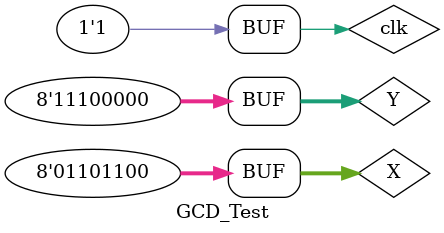
<source format=v>
`timescale 1ns / 1ps


module GCD_Test;

	// Inputs
	reg [7:0] X;
	reg [7:0] Y;
	reg clk;

	// Outputs
	wire [7:0] GCD;
	wire [7:0] Flag;

	// Instantiate the Unit Under Test (UUT)
	GCD uut (
		.X(X), 
		.Y(Y),
		.clk(clk),
		.GCD(GCD),
		.Flag(Flag)
	);

	initial begin
		// Initialize Inputs
		X = 108;
		Y = 224;

		// Wait 100 ns for global reset to finish
		#10;
		clk=0;
		#10;
		clk=1;
		
		#10;
		clk=0;
		#10;
		clk=1;
		
		#10;
		clk=0;
		#10;
		clk=1;
		
		#10;
		clk=0;
		#10;
		clk=1;
		
		#10;
		clk=0;
		#10;
		clk=1;
		
		#10;
		clk=0;
		#10;
		clk=1;
		
		#10;
		clk=0;
		#10;
		clk=1;
		
		#10;
		clk=0;
		#10;
		clk=1;
		
        
		// Add stimulus here

	end
      
endmodule


</source>
